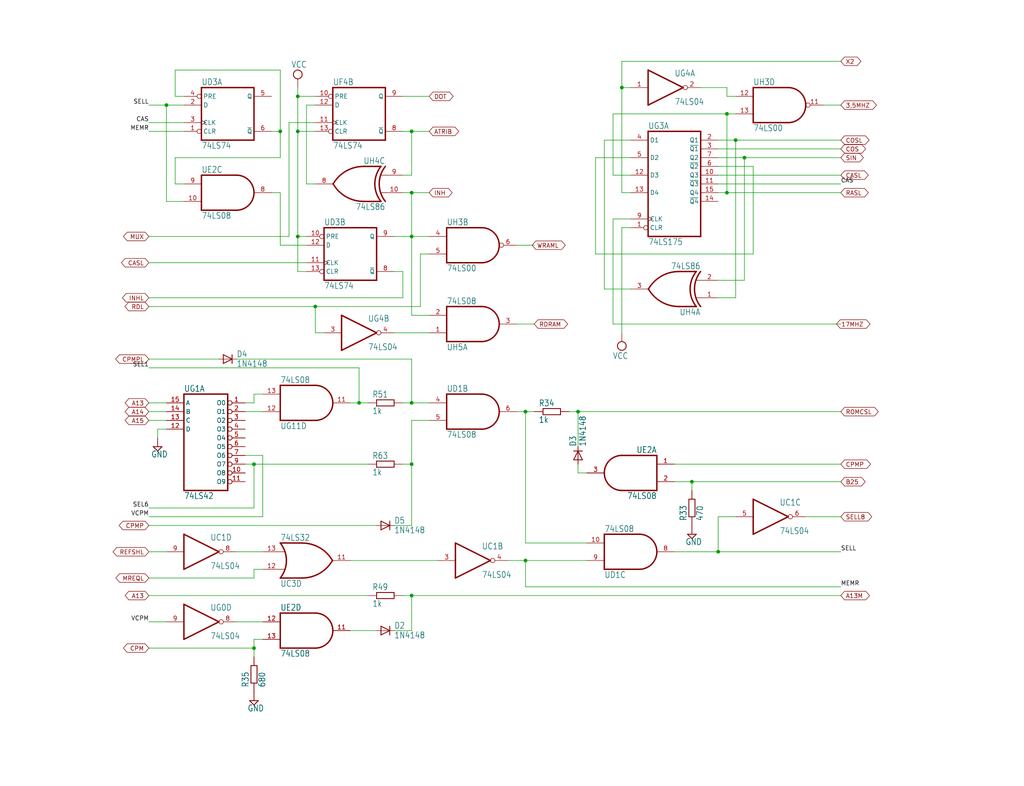
<source format=kicad_sch>
(kicad_sch (version 20230121) (generator eeschema)
  (paper "User" 297.002 227.94)
  (lib_symbols
    (symbol "HC2000:1N4148DO35-10"
      (property "Reference" "D" (at 2.54 0.4826 0))
      (property "Value" "1N4148DO35-10" (at 2.54 -2.3114 0))
      (symbol "1N4148DO35-10_1_0"
        (polyline (pts (xy -1.27 -1.27) (xy 1.27 0)) (stroke (width 0.254)))
        (polyline (pts (xy -1.27 1.27) (xy -1.27 -1.27)) (stroke (width 0.254)))
        (polyline (pts (xy 1.27 0) (xy -1.27 1.27)) (stroke (width 0.254)))
        (polyline (pts (xy 1.27 0) (xy 1.27 -1.27)) (stroke (width 0.254)))
        (polyline (pts (xy 1.27 1.27) (xy 1.27 0)) (stroke (width 0.254)))
        (pin passive line (at -2.54 0 0) (length 2.54) (name "A") (number "A"))
        (pin passive line (at 2.54 0 180) (length 2.54) (name "C") (number "C"))
      )
    )
    (symbol "HC2000:7400N"
      (property "Reference" "IC" (at -0.635 -0.635 0))
      (symbol "7400N_1_0"
        (polyline (pts (xy -7.62 -5.08) (xy 2.54 -5.08)) (stroke (width 0.4064)))
        (polyline (pts (xy -7.62 5.08) (xy -7.62 -5.08)) (stroke (width 0.4064)))
        (polyline (pts (xy 2.54 5.08) (xy -7.62 5.08)) (stroke (width 0.4064)))
        (arc (start 2.54 -5.08) (mid 7.6199 0) (end 2.54 5.08) (stroke (width 0.4064)))
        (pin input line (at -12.7 2.54 0) (length 5.08) (name "I0") (number "1"))
        (pin input line (at -12.7 -2.54 0) (length 5.08) (name "I1") (number "2"))
        (pin output inverted (at 12.7 0 180) (length 5.08) (name "O") (number "3"))
      )
      (symbol "7400N_2_0"
        (polyline (pts (xy -7.62 -5.08) (xy 2.54 -5.08)) (stroke (width 0.4064)))
        (polyline (pts (xy -7.62 5.08) (xy -7.62 -5.08)) (stroke (width 0.4064)))
        (polyline (pts (xy 2.54 5.08) (xy -7.62 5.08)) (stroke (width 0.4064)))
        (arc (start 2.54 -5.08) (mid 7.6199 0) (end 2.54 5.08) (stroke (width 0.4064)))
        (pin input line (at -12.7 2.54 0) (length 5.08) (name "I0") (number "4"))
        (pin input line (at -12.7 -2.54 0) (length 5.08) (name "I1") (number "5"))
        (pin output inverted (at 12.7 0 180) (length 5.08) (name "O") (number "6"))
      )
      (symbol "7400N_3_0"
        (polyline (pts (xy -7.62 -5.08) (xy 2.54 -5.08)) (stroke (width 0.4064)))
        (polyline (pts (xy -7.62 5.08) (xy -7.62 -5.08)) (stroke (width 0.4064)))
        (polyline (pts (xy 2.54 5.08) (xy -7.62 5.08)) (stroke (width 0.4064)))
        (arc (start 2.54 -5.08) (mid 7.6199 0) (end 2.54 5.08) (stroke (width 0.4064)))
        (pin input line (at -12.7 -2.54 0) (length 5.08) (name "I1") (number "10"))
        (pin output inverted (at 12.7 0 180) (length 5.08) (name "O") (number "8"))
        (pin input line (at -12.7 2.54 0) (length 5.08) (name "I0") (number "9"))
      )
      (symbol "7400N_4_0"
        (polyline (pts (xy -7.62 -5.08) (xy 2.54 -5.08)) (stroke (width 0.4064)))
        (polyline (pts (xy -7.62 5.08) (xy -7.62 -5.08)) (stroke (width 0.4064)))
        (polyline (pts (xy 2.54 5.08) (xy -7.62 5.08)) (stroke (width 0.4064)))
        (arc (start 2.54 -5.08) (mid 7.6199 0) (end 2.54 5.08) (stroke (width 0.4064)))
        (pin output inverted (at 12.7 0 180) (length 5.08) (name "O") (number "11"))
        (pin input line (at -12.7 2.54 0) (length 5.08) (name "I0") (number "12"))
        (pin input line (at -12.7 -2.54 0) (length 5.08) (name "I1") (number "13"))
      )
      (symbol "7400N_5_0"
        (text "GND" (at 1.905 -7.62 900) (effects (font (size 1.27 1.0795)) (justify left bottom)))
        (text "VCC" (at 1.905 5.08 900) (effects (font (size 1.27 1.0795)) (justify left bottom)))
        (pin power_in line (at 0 10.16 270) (length 7.62) (name "VCC") (number "14"))
        (pin power_in line (at 0 -10.16 90) (length 7.62) (name "GND") (number "7"))
      )
    )
    (symbol "HC2000:7404N"
      (property "Reference" "IC" (at -0.635 -0.635 0))
      (symbol "7404N_1_0"
        (polyline (pts (xy -5.08 -5.08) (xy -5.08 5.08)) (stroke (width 0.4064)))
        (polyline (pts (xy -5.08 5.08) (xy 5.08 0)) (stroke (width 0.4064)))
        (polyline (pts (xy 5.08 0) (xy -5.08 -5.08)) (stroke (width 0.4064)))
        (pin input line (at -10.16 0 0) (length 5.08) (name "I") (number "1"))
        (pin output inverted (at 10.16 0 180) (length 5.08) (name "O") (number "2"))
      )
      (symbol "7404N_2_0"
        (polyline (pts (xy -5.08 -5.08) (xy -5.08 5.08)) (stroke (width 0.4064)))
        (polyline (pts (xy -5.08 5.08) (xy 5.08 0)) (stroke (width 0.4064)))
        (polyline (pts (xy 5.08 0) (xy -5.08 -5.08)) (stroke (width 0.4064)))
        (pin input line (at -10.16 0 0) (length 5.08) (name "I") (number "3"))
        (pin output inverted (at 10.16 0 180) (length 5.08) (name "O") (number "4"))
      )
      (symbol "7404N_3_0"
        (polyline (pts (xy -5.08 -5.08) (xy -5.08 5.08)) (stroke (width 0.4064)))
        (polyline (pts (xy -5.08 5.08) (xy 5.08 0)) (stroke (width 0.4064)))
        (polyline (pts (xy 5.08 0) (xy -5.08 -5.08)) (stroke (width 0.4064)))
        (pin input line (at -10.16 0 0) (length 5.08) (name "I") (number "5"))
        (pin output inverted (at 10.16 0 180) (length 5.08) (name "O") (number "6"))
      )
      (symbol "7404N_4_0"
        (polyline (pts (xy -5.08 -5.08) (xy -5.08 5.08)) (stroke (width 0.4064)))
        (polyline (pts (xy -5.08 5.08) (xy 5.08 0)) (stroke (width 0.4064)))
        (polyline (pts (xy 5.08 0) (xy -5.08 -5.08)) (stroke (width 0.4064)))
        (pin output inverted (at 10.16 0 180) (length 5.08) (name "O") (number "8"))
        (pin input line (at -10.16 0 0) (length 5.08) (name "I") (number "9"))
      )
      (symbol "7404N_5_0"
        (polyline (pts (xy -5.08 -5.08) (xy -5.08 5.08)) (stroke (width 0.4064)))
        (polyline (pts (xy -5.08 5.08) (xy 5.08 0)) (stroke (width 0.4064)))
        (polyline (pts (xy 5.08 0) (xy -5.08 -5.08)) (stroke (width 0.4064)))
        (pin output inverted (at 10.16 0 180) (length 5.08) (name "O") (number "10"))
        (pin input line (at -10.16 0 0) (length 5.08) (name "I") (number "11"))
      )
      (symbol "7404N_6_0"
        (polyline (pts (xy -5.08 -5.08) (xy -5.08 5.08)) (stroke (width 0.4064)))
        (polyline (pts (xy -5.08 5.08) (xy 5.08 0)) (stroke (width 0.4064)))
        (polyline (pts (xy 5.08 0) (xy -5.08 -5.08)) (stroke (width 0.4064)))
        (pin output inverted (at 10.16 0 180) (length 5.08) (name "O") (number "12"))
        (pin input line (at -10.16 0 0) (length 5.08) (name "I") (number "13"))
      )
      (symbol "7404N_7_0"
        (text "GND" (at 1.905 -7.62 900) (effects (font (size 1.27 1.0795)) (justify left bottom)))
        (text "VCC" (at 1.905 5.08 900) (effects (font (size 1.27 1.0795)) (justify left bottom)))
        (pin power_in line (at 0 10.16 270) (length 7.62) (name "VCC") (number "14"))
        (pin power_in line (at 0 -10.16 90) (length 7.62) (name "GND") (number "7"))
      )
    )
    (symbol "HC2000:7408N"
      (property "Reference" "IC" (at -0.635 -0.635 0))
      (symbol "7408N_1_0"
        (polyline (pts (xy -7.62 -5.08) (xy 2.54 -5.08)) (stroke (width 0.4064)))
        (polyline (pts (xy -7.62 5.08) (xy -7.62 -5.08)) (stroke (width 0.4064)))
        (polyline (pts (xy 2.54 5.08) (xy -7.62 5.08)) (stroke (width 0.4064)))
        (arc (start 2.54 -5.08) (mid 7.6199 0) (end 2.54 5.08) (stroke (width 0.4064)))
        (pin input line (at -12.7 2.54 0) (length 5.08) (name "I0") (number "1"))
        (pin input line (at -12.7 -2.54 0) (length 5.08) (name "I1") (number "2"))
        (pin output line (at 12.7 0 180) (length 5.08) (name "O") (number "3"))
      )
      (symbol "7408N_2_0"
        (polyline (pts (xy -7.62 -5.08) (xy 2.54 -5.08)) (stroke (width 0.4064)))
        (polyline (pts (xy -7.62 5.08) (xy -7.62 -5.08)) (stroke (width 0.4064)))
        (polyline (pts (xy 2.54 5.08) (xy -7.62 5.08)) (stroke (width 0.4064)))
        (arc (start 2.54 -5.08) (mid 7.6199 0) (end 2.54 5.08) (stroke (width 0.4064)))
        (pin input line (at -12.7 2.54 0) (length 5.08) (name "I0") (number "4"))
        (pin input line (at -12.7 -2.54 0) (length 5.08) (name "I1") (number "5"))
        (pin output line (at 12.7 0 180) (length 5.08) (name "O") (number "6"))
      )
      (symbol "7408N_3_0"
        (polyline (pts (xy -7.62 -5.08) (xy 2.54 -5.08)) (stroke (width 0.4064)))
        (polyline (pts (xy -7.62 5.08) (xy -7.62 -5.08)) (stroke (width 0.4064)))
        (polyline (pts (xy 2.54 5.08) (xy -7.62 5.08)) (stroke (width 0.4064)))
        (arc (start 2.54 -5.08) (mid 7.6199 0) (end 2.54 5.08) (stroke (width 0.4064)))
        (pin input line (at -12.7 -2.54 0) (length 5.08) (name "I1") (number "10"))
        (pin output line (at 12.7 0 180) (length 5.08) (name "O") (number "8"))
        (pin input line (at -12.7 2.54 0) (length 5.08) (name "I0") (number "9"))
      )
      (symbol "7408N_4_0"
        (polyline (pts (xy -7.62 -5.08) (xy 2.54 -5.08)) (stroke (width 0.4064)))
        (polyline (pts (xy -7.62 5.08) (xy -7.62 -5.08)) (stroke (width 0.4064)))
        (polyline (pts (xy 2.54 5.08) (xy -7.62 5.08)) (stroke (width 0.4064)))
        (arc (start 2.54 -5.08) (mid 7.6199 0) (end 2.54 5.08) (stroke (width 0.4064)))
        (pin output line (at 12.7 0 180) (length 5.08) (name "O") (number "11"))
        (pin input line (at -12.7 2.54 0) (length 5.08) (name "I0") (number "12"))
        (pin input line (at -12.7 -2.54 0) (length 5.08) (name "I1") (number "13"))
      )
      (symbol "7408N_5_0"
        (text "GND" (at 1.905 -7.62 900) (effects (font (size 1.27 1.0795)) (justify left bottom)))
        (text "VCC" (at 1.905 5.08 900) (effects (font (size 1.27 1.0795)) (justify left bottom)))
        (pin power_in line (at 0 10.16 270) (length 7.62) (name "VCC") (number "14"))
        (pin power_in line (at 0 -10.16 90) (length 7.62) (name "GND") (number "7"))
      )
    )
    (symbol "HC2000:74175N"
      (property "Reference" "IC" (at -0.635 -0.635 0))
      (symbol "74175N_1_0"
        (polyline (pts (xy -7.62 -15.24) (xy 7.62 -15.24)) (stroke (width 0.4064)))
        (polyline (pts (xy -7.62 15.24) (xy -7.62 -15.24)) (stroke (width 0.4064)))
        (polyline (pts (xy 7.62 -15.24) (xy 7.62 15.24)) (stroke (width 0.4064)))
        (polyline (pts (xy 7.62 15.24) (xy -7.62 15.24)) (stroke (width 0.4064)))
        (pin input inverted (at -12.7 -12.7 0) (length 5.08) (name "CLR") (number "1"))
        (pin output line (at 12.7 2.54 180) (length 5.08) (name "Q3") (number "10"))
        (pin output line (at 12.7 0 180) (length 5.08) (name "~{Q3}") (number "11"))
        (pin input line (at -12.7 2.54 0) (length 5.08) (name "D3") (number "12"))
        (pin input line (at -12.7 -2.54 0) (length 5.08) (name "D4") (number "13"))
        (pin output line (at 12.7 -5.08 180) (length 5.08) (name "~{Q4}") (number "14"))
        (pin output line (at 12.7 -2.54 180) (length 5.08) (name "Q4") (number "15"))
        (pin output line (at 12.7 12.7 180) (length 5.08) (name "Q1") (number "2"))
        (pin output line (at 12.7 10.16 180) (length 5.08) (name "~{Q1}") (number "3"))
        (pin input line (at -12.7 12.7 0) (length 5.08) (name "D1") (number "4"))
        (pin input line (at -12.7 7.62 0) (length 5.08) (name "D2") (number "5"))
        (pin output line (at 12.7 5.08 180) (length 5.08) (name "~{Q2}") (number "6"))
        (pin output line (at 12.7 7.62 180) (length 5.08) (name "Q2") (number "7"))
        (pin input clock (at -12.7 -10.16 0) (length 5.08) (name "CLK") (number "9"))
      )
      (symbol "74175N_2_0"
        (text "GND" (at 1.905 -7.62 900) (effects (font (size 1.27 1.0795)) (justify left bottom)))
        (text "VCC" (at 1.905 5.08 900) (effects (font (size 1.27 1.0795)) (justify left bottom)))
        (pin power_in line (at 0 10.16 270) (length 7.62) (name "VCC") (number "16"))
        (pin power_in line (at 0 -10.16 90) (length 7.62) (name "GND") (number "8"))
      )
    )
    (symbol "HC2000:7432N"
      (property "Reference" "IC" (at -0.635 -0.635 0))
      (symbol "7432N_1_0"
        (arc (start -7.62 -5.08) (mid -5.838 0) (end -7.62 5.08) (stroke (width 0.4064)))
        (arc (start -1.2446 -5.0678) (mid 3.8372 -3.689) (end 7.5439 0.0507) (stroke (width 0.4064)))
        (polyline (pts (xy -7.62 -2.54) (xy -6.35 -2.54)) (stroke (width 0.1524)))
        (polyline (pts (xy -7.62 2.54) (xy -6.35 2.54)) (stroke (width 0.1524)))
        (polyline (pts (xy -1.27 -5.08) (xy -7.62 -5.08)) (stroke (width 0.4064)))
        (polyline (pts (xy -1.27 5.08) (xy -7.62 5.08)) (stroke (width 0.4064)))
        (arc (start 7.5442 -0.0505) (mid 3.8373 3.6892) (end -1.2446 5.0678) (stroke (width 0.4064)))
        (pin input line (at -12.7 2.54 0) (length 5.08) (name "I0") (number "1"))
        (pin input line (at -12.7 -2.54 0) (length 5.08) (name "I1") (number "2"))
        (pin output line (at 12.7 0 180) (length 5.08) (name "O") (number "3"))
      )
      (symbol "7432N_2_0"
        (arc (start -7.62 -5.08) (mid -5.838 0) (end -7.62 5.08) (stroke (width 0.4064)))
        (arc (start -1.2446 -5.0678) (mid 3.8372 -3.689) (end 7.5439 0.0507) (stroke (width 0.4064)))
        (polyline (pts (xy -7.62 -2.54) (xy -6.35 -2.54)) (stroke (width 0.1524)))
        (polyline (pts (xy -7.62 2.54) (xy -6.35 2.54)) (stroke (width 0.1524)))
        (polyline (pts (xy -1.27 -5.08) (xy -7.62 -5.08)) (stroke (width 0.4064)))
        (polyline (pts (xy -1.27 5.08) (xy -7.62 5.08)) (stroke (width 0.4064)))
        (arc (start 7.5442 -0.0505) (mid 3.8373 3.6892) (end -1.2446 5.0678) (stroke (width 0.4064)))
        (pin input line (at -12.7 2.54 0) (length 5.08) (name "I0") (number "4"))
        (pin input line (at -12.7 -2.54 0) (length 5.08) (name "I1") (number "5"))
        (pin output line (at 12.7 0 180) (length 5.08) (name "O") (number "6"))
      )
      (symbol "7432N_3_0"
        (arc (start -7.62 -5.08) (mid -5.838 0) (end -7.62 5.08) (stroke (width 0.4064)))
        (arc (start -1.2446 -5.0678) (mid 3.8372 -3.689) (end 7.5439 0.0507) (stroke (width 0.4064)))
        (polyline (pts (xy -7.62 -2.54) (xy -6.35 -2.54)) (stroke (width 0.1524)))
        (polyline (pts (xy -7.62 2.54) (xy -6.35 2.54)) (stroke (width 0.1524)))
        (polyline (pts (xy -1.27 -5.08) (xy -7.62 -5.08)) (stroke (width 0.4064)))
        (polyline (pts (xy -1.27 5.08) (xy -7.62 5.08)) (stroke (width 0.4064)))
        (arc (start 7.5442 -0.0505) (mid 3.8373 3.6892) (end -1.2446 5.0678) (stroke (width 0.4064)))
        (pin input line (at -12.7 -2.54 0) (length 5.08) (name "I1") (number "10"))
        (pin output line (at 12.7 0 180) (length 5.08) (name "O") (number "8"))
        (pin input line (at -12.7 2.54 0) (length 5.08) (name "I0") (number "9"))
      )
      (symbol "7432N_4_0"
        (arc (start -7.62 -5.08) (mid -5.838 0) (end -7.62 5.08) (stroke (width 0.4064)))
        (arc (start -1.2446 -5.0678) (mid 3.8372 -3.689) (end 7.5439 0.0507) (stroke (width 0.4064)))
        (polyline (pts (xy -7.62 -2.54) (xy -6.35 -2.54)) (stroke (width 0.1524)))
        (polyline (pts (xy -7.62 2.54) (xy -6.35 2.54)) (stroke (width 0.1524)))
        (polyline (pts (xy -1.27 -5.08) (xy -7.62 -5.08)) (stroke (width 0.4064)))
        (polyline (pts (xy -1.27 5.08) (xy -7.62 5.08)) (stroke (width 0.4064)))
        (arc (start 7.5442 -0.0505) (mid 3.8373 3.6892) (end -1.2446 5.0678) (stroke (width 0.4064)))
        (pin output line (at 12.7 0 180) (length 5.08) (name "O") (number "11"))
        (pin input line (at -12.7 2.54 0) (length 5.08) (name "I0") (number "12"))
        (pin input line (at -12.7 -2.54 0) (length 5.08) (name "I1") (number "13"))
      )
      (symbol "7432N_5_0"
        (text "GND" (at 1.905 -7.62 900) (effects (font (size 1.27 1.0795)) (justify left bottom)))
        (text "VCC" (at 1.905 5.08 900) (effects (font (size 1.27 1.0795)) (justify left bottom)))
        (pin power_in line (at 0 10.16 270) (length 7.62) (name "VCC") (number "14"))
        (pin power_in line (at 0 -10.16 90) (length 7.62) (name "GND") (number "7"))
      )
    )
    (symbol "HC2000:7442N"
      (property "Reference" "IC" (at -0.635 -0.635 0))
      (symbol "7442N_1_0"
        (polyline (pts (xy -7.62 -15.24) (xy 5.08 -15.24)) (stroke (width 0.4064)))
        (polyline (pts (xy -7.62 12.7) (xy -7.62 -15.24)) (stroke (width 0.4064)))
        (polyline (pts (xy 5.08 -15.24) (xy 5.08 12.7)) (stroke (width 0.4064)))
        (polyline (pts (xy 5.08 12.7) (xy -7.62 12.7)) (stroke (width 0.4064)))
        (pin output inverted (at 10.16 10.16 180) (length 5.08) (name "O0") (number "1"))
        (pin output inverted (at 10.16 -10.16 180) (length 5.08) (name "O8") (number "10"))
        (pin output inverted (at 10.16 -12.7 180) (length 5.08) (name "O9") (number "11"))
        (pin input line (at -12.7 2.54 0) (length 5.08) (name "D") (number "12"))
        (pin input line (at -12.7 5.08 0) (length 5.08) (name "C") (number "13"))
        (pin input line (at -12.7 7.62 0) (length 5.08) (name "B") (number "14"))
        (pin input line (at -12.7 10.16 0) (length 5.08) (name "A") (number "15"))
        (pin output inverted (at 10.16 7.62 180) (length 5.08) (name "O1") (number "2"))
        (pin output inverted (at 10.16 5.08 180) (length 5.08) (name "O2") (number "3"))
        (pin output inverted (at 10.16 2.54 180) (length 5.08) (name "O3") (number "4"))
        (pin output inverted (at 10.16 0 180) (length 5.08) (name "O4") (number "5"))
        (pin output inverted (at 10.16 -2.54 180) (length 5.08) (name "O5") (number "6"))
        (pin output inverted (at 10.16 -5.08 180) (length 5.08) (name "O6") (number "7"))
        (pin output inverted (at 10.16 -7.62 180) (length 5.08) (name "O7") (number "9"))
      )
      (symbol "7442N_2_0"
        (text "GND" (at 1.905 -7.62 900) (effects (font (size 1.27 1.0795)) (justify left bottom)))
        (text "VCC" (at 1.905 5.08 900) (effects (font (size 1.27 1.0795)) (justify left bottom)))
        (pin power_in line (at 0 10.16 270) (length 7.62) (name "VCC") (number "16"))
        (pin power_in line (at 0 -10.16 90) (length 7.62) (name "GND") (number "8"))
      )
    )
    (symbol "HC2000:7474N"
      (property "Reference" "IC" (at -0.635 -0.635 0))
      (symbol "7474N_1_0"
        (polyline (pts (xy -7.62 -7.62) (xy 7.62 -7.62)) (stroke (width 0.4064)))
        (polyline (pts (xy -7.62 7.62) (xy -7.62 -7.62)) (stroke (width 0.4064)))
        (polyline (pts (xy 7.62 -7.62) (xy 7.62 7.62)) (stroke (width 0.4064)))
        (polyline (pts (xy 7.62 7.62) (xy -7.62 7.62)) (stroke (width 0.4064)))
        (pin input inverted (at -12.7 -5.08 0) (length 5.08) (name "CLR") (number "1"))
        (pin input line (at -12.7 2.54 0) (length 5.08) (name "D") (number "2"))
        (pin input clock (at -12.7 -2.54 0) (length 5.08) (name "CLK") (number "3"))
        (pin input inverted (at -12.7 5.08 0) (length 5.08) (name "PRE") (number "4"))
        (pin output line (at 12.7 5.08 180) (length 5.08) (name "Q") (number "5"))
        (pin output line (at 12.7 -5.08 180) (length 5.08) (name "~{Q}") (number "6"))
      )
      (symbol "7474N_2_0"
        (polyline (pts (xy -7.62 -7.62) (xy 7.62 -7.62)) (stroke (width 0.4064)))
        (polyline (pts (xy -7.62 7.62) (xy -7.62 -7.62)) (stroke (width 0.4064)))
        (polyline (pts (xy 7.62 -7.62) (xy 7.62 7.62)) (stroke (width 0.4064)))
        (polyline (pts (xy 7.62 7.62) (xy -7.62 7.62)) (stroke (width 0.4064)))
        (pin input inverted (at -12.7 5.08 0) (length 5.08) (name "PRE") (number "10"))
        (pin input clock (at -12.7 -2.54 0) (length 5.08) (name "CLK") (number "11"))
        (pin input line (at -12.7 2.54 0) (length 5.08) (name "D") (number "12"))
        (pin input inverted (at -12.7 -5.08 0) (length 5.08) (name "CLR") (number "13"))
        (pin output line (at 12.7 -5.08 180) (length 5.08) (name "~{Q}") (number "8"))
        (pin output line (at 12.7 5.08 180) (length 5.08) (name "Q") (number "9"))
      )
      (symbol "7474N_3_0"
        (text "GND" (at 1.905 -7.62 900) (effects (font (size 1.27 1.0795)) (justify left bottom)))
        (text "VCC" (at 1.905 5.08 900) (effects (font (size 1.27 1.0795)) (justify left bottom)))
        (pin power_in line (at 0 10.16 270) (length 7.62) (name "VCC") (number "14"))
        (pin power_in line (at 0 -10.16 90) (length 7.62) (name "GND") (number "7"))
      )
    )
    (symbol "HC2000:7486N"
      (property "Reference" "IC" (at -0.635 -0.635 0))
      (symbol "7486N_1_0"
        (arc (start -7.62 -5.08) (mid -5.838 0) (end -7.62 5.08) (stroke (width 0.4064)))
        (arc (start -6.35 -5.08) (mid -4.568 0) (end -6.35 5.08) (stroke (width 0.4064)))
        (arc (start -1.2446 -5.0678) (mid 3.8372 -3.689) (end 7.5439 0.0507) (stroke (width 0.4064)))
        (polyline (pts (xy -7.62 -2.54) (xy -6.35 -2.54)) (stroke (width 0.1524)))
        (polyline (pts (xy -7.62 2.54) (xy -6.35 2.54)) (stroke (width 0.1524)))
        (polyline (pts (xy -1.27 -5.08) (xy -6.35 -5.08)) (stroke (width 0.4064)))
        (polyline (pts (xy -1.27 5.08) (xy -6.35 5.08)) (stroke (width 0.4064)))
        (arc (start 7.5442 -0.0505) (mid 3.8373 3.6892) (end -1.2446 5.0678) (stroke (width 0.4064)))
        (pin input line (at -12.7 2.54 0) (length 5.08) (name "I0") (number "1"))
        (pin input line (at -12.7 -2.54 0) (length 5.08) (name "I1") (number "2"))
        (pin output line (at 12.7 0 180) (length 5.08) (name "O") (number "3"))
      )
      (symbol "7486N_2_0"
        (arc (start -7.62 -5.08) (mid -5.838 0) (end -7.62 5.08) (stroke (width 0.4064)))
        (arc (start -6.35 -5.08) (mid -4.568 0) (end -6.35 5.08) (stroke (width 0.4064)))
        (arc (start -1.2446 -5.0678) (mid 3.8372 -3.689) (end 7.5439 0.0507) (stroke (width 0.4064)))
        (polyline (pts (xy -7.62 -2.54) (xy -6.35 -2.54)) (stroke (width 0.1524)))
        (polyline (pts (xy -7.62 2.54) (xy -6.35 2.54)) (stroke (width 0.1524)))
        (polyline (pts (xy -1.27 -5.08) (xy -6.35 -5.08)) (stroke (width 0.4064)))
        (polyline (pts (xy -1.27 5.08) (xy -6.35 5.08)) (stroke (width 0.4064)))
        (arc (start 7.5442 -0.0505) (mid 3.8373 3.6892) (end -1.2446 5.0678) (stroke (width 0.4064)))
        (pin input line (at -12.7 2.54 0) (length 5.08) (name "I0") (number "4"))
        (pin input line (at -12.7 -2.54 0) (length 5.08) (name "I1") (number "5"))
        (pin output line (at 12.7 0 180) (length 5.08) (name "O") (number "6"))
      )
      (symbol "7486N_3_0"
        (arc (start -7.62 -5.08) (mid -5.838 0) (end -7.62 5.08) (stroke (width 0.4064)))
        (arc (start -6.35 -5.08) (mid -4.568 0) (end -6.35 5.08) (stroke (width 0.4064)))
        (arc (start -1.2446 -5.0678) (mid 3.8372 -3.689) (end 7.5439 0.0507) (stroke (width 0.4064)))
        (polyline (pts (xy -7.62 -2.54) (xy -6.35 -2.54)) (stroke (width 0.1524)))
        (polyline (pts (xy -7.62 2.54) (xy -6.35 2.54)) (stroke (width 0.1524)))
        (polyline (pts (xy -1.27 -5.08) (xy -6.35 -5.08)) (stroke (width 0.4064)))
        (polyline (pts (xy -1.27 5.08) (xy -6.35 5.08)) (stroke (width 0.4064)))
        (arc (start 7.5442 -0.0505) (mid 3.8373 3.6892) (end -1.2446 5.0678) (stroke (width 0.4064)))
        (pin input line (at -12.7 -2.54 0) (length 5.08) (name "I1") (number "10"))
        (pin output line (at 12.7 0 180) (length 5.08) (name "O") (number "8"))
        (pin input line (at -12.7 2.54 0) (length 5.08) (name "I0") (number "9"))
      )
      (symbol "7486N_4_0"
        (arc (start -7.62 -5.08) (mid -5.838 0) (end -7.62 5.08) (stroke (width 0.4064)))
        (arc (start -6.35 -5.08) (mid -4.568 0) (end -6.35 5.08) (stroke (width 0.4064)))
        (arc (start -1.2446 -5.0678) (mid 3.8372 -3.689) (end 7.5439 0.0507) (stroke (width 0.4064)))
        (polyline (pts (xy -7.62 -2.54) (xy -6.35 -2.54)) (stroke (width 0.1524)))
        (polyline (pts (xy -7.62 2.54) (xy -6.35 2.54)) (stroke (width 0.1524)))
        (polyline (pts (xy -1.27 -5.08) (xy -6.35 -5.08)) (stroke (width 0.4064)))
        (polyline (pts (xy -1.27 5.08) (xy -6.35 5.08)) (stroke (width 0.4064)))
        (arc (start 7.5442 -0.0505) (mid 3.8373 3.6892) (end -1.2446 5.0678) (stroke (width 0.4064)))
        (pin output line (at 12.7 0 180) (length 5.08) (name "O") (number "11"))
        (pin input line (at -12.7 2.54 0) (length 5.08) (name "I0") (number "12"))
        (pin input line (at -12.7 -2.54 0) (length 5.08) (name "I1") (number "13"))
      )
      (symbol "7486N_5_0"
        (text "GND" (at 1.905 -7.62 900) (effects (font (size 1.27 1.0795)) (justify left bottom)))
        (text "VCC" (at 1.905 5.08 900) (effects (font (size 1.27 1.0795)) (justify left bottom)))
        (pin power_in line (at 0 10.16 270) (length 7.62) (name "VCC") (number "14"))
        (pin power_in line (at 0 -10.16 90) (length 7.62) (name "GND") (number "7"))
      )
    )
    (symbol "HC2000:GND" (power)
      (property "Value" "GND" (at -1.905 -3.175 0))
      (symbol "GND_1_0"
        (polyline (pts (xy -1.27 0) (xy 1.27 0)) (stroke (width 0.254)))
        (polyline (pts (xy 0 -1.27) (xy -1.27 0)) (stroke (width 0.254)))
        (polyline (pts (xy 1.27 0) (xy 0 -1.27)) (stroke (width 0.254)))
        (pin power_in line (at 0 2.54 270) (length 2.54) (name "GND") (number "1"))
      )
    )
    (symbol "HC2000:R-EU_0204{slash}7"
      (property "Reference" "R" (at -3.81 1.4986 0))
      (property "Value" "R-EU_0204{slash}7" (at -3.81 -3.302 0))
      (symbol "R-EU_0204{slash}7_1_0"
        (polyline (pts (xy -2.54 -0.889) (xy -2.54 0.889)) (stroke (width 0.254)))
        (polyline (pts (xy -2.54 -0.889) (xy 2.54 -0.889)) (stroke (width 0.254)))
        (polyline (pts (xy 2.54 -0.889) (xy 2.54 0.889)) (stroke (width 0.254)))
        (polyline (pts (xy 2.54 0.889) (xy -2.54 0.889)) (stroke (width 0.254)))
        (pin passive line (at -5.08 0 0) (length 2.54) (name "1") (number "1"))
        (pin passive line (at 5.08 0 180) (length 2.54) (name "2") (number "2"))
      )
    )
    (symbol "HC2000:VCC" (power)
      (property "Value" "VCC" (at -1.905 3.175 0))
      (symbol "VCC_1_0"
        (circle (center 0 1.27) (radius 1.27) (stroke (width 0.254)))
        (pin power_in line (at 0 -2.54 90) (length 2.54) (name "VCC") (number "1"))
      )
    )
  )
  (junction (at 91.44 88.9))
  (junction (at 200.66 139.7))
  (junction (at 208.28 160.02))
  (junction (at 119.38 68.58))
  (junction (at 210.82 33.02))
  (junction (at 48.26 30.48))
  (junction (at 167.64 119.38))
  (junction (at 86.36 27.94))
  (junction (at 152.4 119.38))
  (junction (at 210.82 55.88))
  (junction (at 73.66 187.96))
  (junction (at 119.38 134.62))
  (junction (at 73.66 134.62))
  (junction (at 119.38 172.72))
  (junction (at 213.36 40.64))
  (junction (at 152.4 162.56))
  (junction (at 104.14 116.84))
  (junction (at 81.28 38.1))
  (junction (at 180.34 25.4))
  (junction (at 119.38 55.88))
  (junction (at 86.36 38.1))
  (junction (at 86.36 68.58))
  (junction (at 215.9 45.72))
  (junction (at 119.38 38.1))
  (junction (at 119.38 116.84))
  (wire (pts (xy 81.28 20.32) (xy 81.28 38.1)))
  (wire (pts (xy 91.44 27.94) (xy 86.36 27.94)))
  (wire (pts (xy 114.3 152.4) (xy 119.38 152.4)))
  (wire (pts (xy 104.14 116.84) (xy 101.6 116.84)))
  (wire (pts (xy 182.88 50.8) (xy 177.8 50.8)))
  (wire (pts (xy 243.84 55.88) (xy 210.82 55.88)))
  (wire (pts (xy 73.66 134.62) (xy 71.12 134.62)))
  (wire (pts (xy 93.98 96.52) (xy 91.44 96.52)))
  (wire (pts (xy 43.18 152.4) (xy 109.22 152.4)))
  (wire (pts (xy 180.34 25.4) (xy 182.88 25.4)))
  (wire (pts (xy 73.66 187.96) (xy 73.66 190.5)))
  (wire (pts (xy 180.34 66.04) (xy 180.34 96.52)))
  (wire (pts (xy 53.34 53.34) (xy 50.8 53.34)))
  (wire (pts (xy 91.44 88.9) (xy 43.18 88.9)))
  (wire (pts (xy 91.44 38.1) (xy 86.36 38.1)))
  (wire (pts (xy 215.9 45.72) (xy 208.28 45.72)))
  (wire (pts (xy 243.84 50.8) (xy 208.28 50.8)))
  (wire (pts (xy 43.18 119.38) (xy 48.26 119.38)))
  (wire (pts (xy 172.72 73.66) (xy 218.44 73.66)))
  (wire (pts (xy 43.18 172.72) (xy 106.68 172.72)))
  (wire (pts (xy 152.4 162.56) (xy 147.32 162.56)))
  (wire (pts (xy 43.18 68.58) (xy 83.82 68.58)))
  (wire (pts (xy 218.44 73.66) (xy 218.44 48.26)))
  (wire (pts (xy 124.46 27.94) (xy 116.84 27.94)))
  (wire (pts (xy 180.34 17.78) (xy 180.34 25.4)))
  (wire (pts (xy 195.58 139.7) (xy 200.66 139.7)))
  (wire (pts (xy 124.46 38.1) (xy 119.38 38.1)))
  (wire (pts (xy 208.28 149.86) (xy 208.28 160.02)))
  (wire (pts (xy 106.68 116.84) (xy 104.14 116.84)))
  (wire (pts (xy 119.38 38.1) (xy 116.84 38.1)))
  (wire (pts (xy 210.82 33.02) (xy 177.8 33.02)))
  (wire (pts (xy 154.94 71.12) (xy 149.86 71.12)))
  (wire (pts (xy 119.38 55.88) (xy 116.84 55.88)))
  (wire (pts (xy 124.46 121.92) (xy 119.38 121.92)))
  (wire (pts (xy 243.84 119.38) (xy 167.64 119.38)))
  (wire (pts (xy 76.2 132.08) (xy 71.12 132.08)))
  (wire (pts (xy 81.28 38.1) (xy 78.74 38.1)))
  (wire (pts (xy 114.3 68.58) (xy 119.38 68.58)))
  (wire (pts (xy 124.46 68.58) (xy 119.38 68.58)))
  (wire (pts (xy 213.36 40.64) (xy 208.28 40.64)))
  (wire (pts (xy 53.34 27.94) (xy 50.8 27.94)))
  (wire (pts (xy 43.18 180.34) (xy 48.26 180.34)))
  (wire (pts (xy 218.44 48.26) (xy 208.28 48.26)))
  (wire (pts (xy 73.66 114.3) (xy 73.66 116.84)))
  (wire (pts (xy 43.18 160.02) (xy 48.26 160.02)))
  (wire (pts (xy 76.2 149.86) (xy 76.2 132.08)))
  (wire (pts (xy 152.4 119.38) (xy 154.94 119.38)))
  (wire (pts (xy 114.3 182.88) (xy 119.38 182.88)))
  (wire (pts (xy 124.46 116.84) (xy 119.38 116.84)))
  (wire (pts (xy 91.44 53.34) (xy 88.9 53.34)))
  (wire (pts (xy 88.9 30.48) (xy 91.44 30.48)))
  (wire (pts (xy 243.84 172.72) (xy 119.38 172.72)))
  (wire (pts (xy 45.72 124.46) (xy 48.26 124.46)))
  (wire (pts (xy 243.84 45.72) (xy 215.9 45.72)))
  (wire (pts (xy 78.74 55.88) (xy 81.28 55.88)))
  (wire (pts (xy 43.18 86.36) (xy 116.84 86.36)))
  (wire (pts (xy 43.18 104.14) (xy 63.5 104.14)))
  (wire (pts (xy 45.72 127) (xy 45.72 124.46)))
  (wire (pts (xy 119.38 55.88) (xy 119.38 68.58)))
  (wire (pts (xy 104.14 106.68) (xy 104.14 116.84)))
  (wire (pts (xy 172.72 45.72) (xy 172.72 73.66)))
  (wire (pts (xy 170.18 157.48) (xy 152.4 157.48)))
  (wire (pts (xy 81.28 71.12) (xy 88.9 71.12)))
  (wire (pts (xy 182.88 45.72) (xy 172.72 45.72)))
  (wire (pts (xy 119.38 104.14) (xy 119.38 116.84)))
  (wire (pts (xy 43.18 106.68) (xy 104.14 106.68)))
  (wire (pts (xy 86.36 68.58) (xy 88.9 68.58)))
  (wire (pts (xy 81.28 45.72) (xy 81.28 38.1)))
  (wire (pts (xy 175.26 40.64) (xy 175.26 83.82)))
  (wire (pts (xy 243.84 134.62) (xy 195.58 134.62)))
  (wire (pts (xy 91.44 96.52) (xy 91.44 88.9)))
  (wire (pts (xy 43.18 30.48) (xy 48.26 30.48)))
  (wire (pts (xy 152.4 157.48) (xy 152.4 119.38)))
  (wire (pts (xy 119.38 121.92) (xy 119.38 134.62)))
  (wire (pts (xy 213.36 149.86) (xy 208.28 149.86)))
  (wire (pts (xy 182.88 55.88) (xy 180.34 55.88)))
  (wire (pts (xy 101.6 182.88) (xy 109.22 182.88)))
  (wire (pts (xy 124.46 55.88) (xy 119.38 55.88)))
  (wire (pts (xy 243.84 170.18) (xy 152.4 170.18)))
  (wire (pts (xy 116.84 86.36) (xy 116.84 78.74)))
  (wire (pts (xy 165.1 119.38) (xy 167.64 119.38)))
  (wire (pts (xy 210.82 55.88) (xy 210.82 33.02)))
  (wire (pts (xy 208.28 81.28) (xy 215.9 81.28)))
  (wire (pts (xy 154.94 93.98) (xy 149.86 93.98)))
  (wire (pts (xy 119.38 68.58) (xy 119.38 91.44)))
  (wire (pts (xy 76.2 119.38) (xy 71.12 119.38)))
  (wire (pts (xy 215.9 81.28) (xy 215.9 45.72)))
  (wire (pts (xy 43.18 149.86) (xy 76.2 149.86)))
  (wire (pts (xy 76.2 114.3) (xy 73.66 114.3)))
  (wire (pts (xy 119.38 182.88) (xy 119.38 172.72)))
  (wire (pts (xy 124.46 96.52) (xy 114.3 96.52)))
  (wire (pts (xy 182.88 66.04) (xy 180.34 66.04)))
  (wire (pts (xy 53.34 30.48) (xy 48.26 30.48)))
  (wire (pts (xy 43.18 38.1) (xy 53.34 38.1)))
  (wire (pts (xy 43.18 187.96) (xy 73.66 187.96)))
  (wire (pts (xy 152.4 170.18) (xy 152.4 162.56)))
  (wire (pts (xy 213.36 86.36) (xy 213.36 40.64)))
  (wire (pts (xy 167.64 119.38) (xy 167.64 129.54)))
  (wire (pts (xy 243.84 43.18) (xy 208.28 43.18)))
  (wire (pts (xy 177.8 50.8) (xy 177.8 33.02)))
  (wire (pts (xy 177.8 63.5) (xy 177.8 93.98)))
  (wire (pts (xy 208.28 160.02) (xy 195.58 160.02)))
  (wire (pts (xy 68.58 104.14) (xy 119.38 104.14)))
  (wire (pts (xy 83.82 68.58) (xy 83.82 35.56)))
  (wire (pts (xy 119.38 50.8) (xy 119.38 38.1)))
  (wire (pts (xy 86.36 78.74) (xy 88.9 78.74)))
  (wire (pts (xy 121.92 73.66) (xy 121.92 88.9)))
  (wire (pts (xy 243.84 139.7) (xy 200.66 139.7)))
  (wire (pts (xy 243.84 160.02) (xy 208.28 160.02)))
  (wire (pts (xy 119.38 91.44) (xy 124.46 91.44)))
  (wire (pts (xy 180.34 55.88) (xy 180.34 25.4)))
  (wire (pts (xy 43.18 167.64) (xy 73.66 167.64)))
  (wire (pts (xy 243.84 53.34) (xy 208.28 53.34)))
  (wire (pts (xy 170.18 162.56) (xy 152.4 162.56)))
  (wire (pts (xy 50.8 45.72) (xy 81.28 45.72)))
  (wire (pts (xy 119.38 172.72) (xy 116.84 172.72)))
  (wire (pts (xy 177.8 63.5) (xy 182.88 63.5)))
  (wire (pts (xy 73.66 147.32) (xy 73.66 134.62)))
  (wire (pts (xy 86.36 27.94) (xy 86.36 38.1)))
  (wire (pts (xy 124.46 73.66) (xy 121.92 73.66)))
  (wire (pts (xy 116.84 50.8) (xy 119.38 50.8)))
  (wire (pts (xy 81.28 55.88) (xy 81.28 71.12)))
  (wire (pts (xy 86.36 25.4) (xy 86.36 27.94)))
  (wire (pts (xy 50.8 53.34) (xy 50.8 45.72)))
  (wire (pts (xy 68.58 180.34) (xy 76.2 180.34)))
  (wire (pts (xy 86.36 78.74) (xy 86.36 68.58)))
  (wire (pts (xy 43.18 116.84) (xy 48.26 116.84)))
  (wire (pts (xy 177.8 93.98) (xy 243.84 93.98)))
  (wire (pts (xy 243.84 149.86) (xy 233.68 149.86)))
  (wire (pts (xy 149.86 119.38) (xy 152.4 119.38)))
  (wire (pts (xy 101.6 162.56) (xy 127 162.56)))
  (wire (pts (xy 119.38 134.62) (xy 116.84 134.62)))
  (wire (pts (xy 200.66 142.24) (xy 200.66 139.7)))
  (wire (pts (xy 50.8 20.32) (xy 81.28 20.32)))
  (wire (pts (xy 167.64 134.62) (xy 167.64 137.16)))
  (wire (pts (xy 43.18 121.92) (xy 48.26 121.92)))
  (wire (pts (xy 73.66 167.64) (xy 73.66 165.1)))
  (wire (pts (xy 213.36 27.94) (xy 210.82 27.94)))
  (wire (pts (xy 210.82 25.4) (xy 203.2 25.4)))
  (wire (pts (xy 208.28 55.88) (xy 210.82 55.88)))
  (wire (pts (xy 119.38 116.84) (xy 116.84 116.84)))
  (wire (pts (xy 167.64 137.16) (xy 170.18 137.16)))
  (wire (pts (xy 73.66 185.42) (xy 76.2 185.42)))
  (wire (pts (xy 43.18 76.2) (xy 88.9 76.2)))
  (wire (pts (xy 73.66 187.96) (xy 73.66 185.42)))
  (wire (pts (xy 210.82 27.94) (xy 210.82 25.4)))
  (wire (pts (xy 243.84 30.48) (xy 238.76 30.48)))
  (wire (pts (xy 121.92 88.9) (xy 91.44 88.9)))
  (wire (pts (xy 119.38 152.4) (xy 119.38 134.62)))
  (wire (pts (xy 243.84 17.78) (xy 180.34 17.78)))
  (wire (pts (xy 50.8 27.94) (xy 50.8 20.32)))
  (wire (pts (xy 213.36 33.02) (xy 210.82 33.02)))
  (wire (pts (xy 86.36 38.1) (xy 86.36 68.58)))
  (wire (pts (xy 73.66 134.62) (xy 106.68 134.62)))
  (wire (pts (xy 208.28 86.36) (xy 213.36 86.36)))
  (wire (pts (xy 43.18 35.56) (xy 53.34 35.56)))
  (wire (pts (xy 83.82 35.56) (xy 91.44 35.56)))
  (wire (pts (xy 48.26 58.42) (xy 53.34 58.42)))
  (wire (pts (xy 73.66 116.84) (xy 71.12 116.84)))
  (wire (pts (xy 88.9 53.34) (xy 88.9 30.48)))
  (wire (pts (xy 116.84 78.74) (xy 114.3 78.74)))
  (wire (pts (xy 68.58 160.02) (xy 76.2 160.02)))
  (wire (pts (xy 48.26 30.48) (xy 48.26 58.42)))
  (wire (pts (xy 243.84 40.64) (xy 213.36 40.64)))
  (wire (pts (xy 43.18 147.32) (xy 73.66 147.32)))
  (wire (pts (xy 175.26 83.82) (xy 182.88 83.82)))
  (wire (pts (xy 182.88 40.64) (xy 175.26 40.64)))
  (wire (pts (xy 73.66 165.1) (xy 76.2 165.1)))
  (label "CAS" (at 43.18 35.56 180) (effects (font (size 1.2446 1.2446))))
  (label "SEL6" (at 43.18 147.32 180) (effects (font (size 1.2446 1.2446))))
  (label "SELL" (at 243.84 160.02 0) (effects (font (size 1.2446 1.2446))))
  (label "SEL1" (at 43.18 106.68 180) (effects (font (size 1.2446 1.2446))))
  (label "MEMR" (at 243.84 170.18 0) (effects (font (size 1.2446 1.2446))))
  (label "MEMR" (at 43.18 38.1 180) (effects (font (size 1.2446 1.2446))))
  (label "CAS" (at 243.84 53.34 0) (effects (font (size 1.2446 1.2446))))
  (label "VCPM" (at 43.18 180.34 180) (effects (font (size 1.2446 1.2446))))
  (label "VCPM" (at 43.18 149.86 180) (effects (font (size 1.2446 1.2446))))
  (label "SELL" (at 43.18 30.48 180) (effects (font (size 1.2446 1.2446))))
  (global_label "MUX" (shape bidirectional) (at 43.18 68.58 180) (effects (font (size 1.2446 1.2446))) (property "Intersheetrefs" "${INTERSHEET_REFS}" (effects hide)))
  (global_label "RDRAM" (shape bidirectional) (at 154.94 93.98 0) (effects (font (size 1.2446 1.2446))) (property "Intersheetrefs" "${INTERSHEET_REFS}" (effects hide)))
  (global_label "COSL" (shape bidirectional) (at 243.84 40.64 0) (effects (font (size 1.2446 1.2446))) (property "Intersheetrefs" "${INTERSHEET_REFS}" (effects hide)))
  (global_label "17MHZ" (shape bidirectional) (at 242.57 93.98 0) (effects (font (size 1.2446 1.2446))) (property "Intersheetrefs" "${INTERSHEET_REFS}" (effects hide)))
  (global_label "A13M" (shape bidirectional) (at 243.84 172.72 0) (effects (font (size 1.2446 1.2446))) (property "Intersheetrefs" "${INTERSHEET_REFS}" (effects hide)))
  (global_label "A15" (shape bidirectional) (at 43.18 121.92 180) (effects (font (size 1.2446 1.2446))) (property "Intersheetrefs" "${INTERSHEET_REFS}" (effects hide)))
  (global_label "WRAML" (shape bidirectional) (at 154.305 71.12 0) (effects (font (size 1.2446 1.2446))) (property "Intersheetrefs" "${INTERSHEET_REFS}" (effects hide)))
  (global_label "CASL" (shape bidirectional) (at 243.84 50.8 0) (effects (font (size 1.2446 1.2446))) (property "Intersheetrefs" "${INTERSHEET_REFS}" (effects hide)))
  (global_label "SIN" (shape bidirectional) (at 243.84 45.72 0) (effects (font (size 1.2446 1.2446))) (property "Intersheetrefs" "${INTERSHEET_REFS}" (effects hide)))
  (global_label "CPMP" (shape bidirectional) (at 243.84 134.62 0) (effects (font (size 1.2446 1.2446))) (property "Intersheetrefs" "${INTERSHEET_REFS}" (effects hide)))
  (global_label "REFSHL" (shape bidirectional) (at 43.18 160.02 180) (effects (font (size 1.2446 1.2446))) (property "Intersheetrefs" "${INTERSHEET_REFS}" (effects hide)))
  (global_label "X2" (shape bidirectional) (at 243.84 17.78 0) (effects (font (size 1.2446 1.2446))) (property "Intersheetrefs" "${INTERSHEET_REFS}" (effects hide)))
  (global_label "SELL8" (shape bidirectional) (at 243.84 149.86 0) (effects (font (size 1.2446 1.2446))) (property "Intersheetrefs" "${INTERSHEET_REFS}" (effects hide)))
  (global_label "MREQL" (shape bidirectional) (at 43.18 167.64 180) (effects (font (size 1.2446 1.2446))) (property "Intersheetrefs" "${INTERSHEET_REFS}" (effects hide)))
  (global_label "3,5MHZ" (shape bidirectional) (at 243.84 30.48 0) (effects (font (size 1.2446 1.2446))) (property "Intersheetrefs" "${INTERSHEET_REFS}" (effects hide)))
  (global_label "INHL" (shape bidirectional) (at 43.18 86.36 180) (effects (font (size 1.2446 1.2446))) (property "Intersheetrefs" "${INTERSHEET_REFS}" (effects hide)))
  (global_label "INH" (shape bidirectional) (at 124.46 55.88 0) (effects (font (size 1.2446 1.2446))) (property "Intersheetrefs" "${INTERSHEET_REFS}" (effects hide)))
  (global_label "A13" (shape bidirectional) (at 43.18 116.84 180) (effects (font (size 1.2446 1.2446))) (property "Intersheetrefs" "${INTERSHEET_REFS}" (effects hide)))
  (global_label "CASL" (shape bidirectional) (at 43.18 76.2 180) (effects (font (size 1.2446 1.2446))) (property "Intersheetrefs" "${INTERSHEET_REFS}" (effects hide)))
  (global_label "RASL" (shape bidirectional) (at 243.84 55.88 0) (effects (font (size 1.2446 1.2446))) (property "Intersheetrefs" "${INTERSHEET_REFS}" (effects hide)))
  (global_label "A14" (shape bidirectional) (at 43.18 119.38 180) (effects (font (size 1.2446 1.2446))) (property "Intersheetrefs" "${INTERSHEET_REFS}" (effects hide)))
  (global_label "ROMCSL" (shape bidirectional) (at 243.84 119.38 0) (effects (font (size 1.2446 1.2446))) (property "Intersheetrefs" "${INTERSHEET_REFS}" (effects hide)))
  (global_label "CPM" (shape bidirectional) (at 43.18 187.96 180) (effects (font (size 1.2446 1.2446))) (property "Intersheetrefs" "${INTERSHEET_REFS}" (effects hide)))
  (global_label "B25" (shape bidirectional) (at 243.84 139.7 0) (effects (font (size 1.2446 1.2446))) (property "Intersheetrefs" "${INTERSHEET_REFS}" (effects hide)))
  (global_label "CPMP" (shape bidirectional) (at 43.18 152.4 180) (effects (font (size 1.2446 1.2446))) (property "Intersheetrefs" "${INTERSHEET_REFS}" (effects hide)))
  (global_label "RDL" (shape bidirectional) (at 43.18 88.9 180) (effects (font (size 1.2446 1.2446))) (property "Intersheetrefs" "${INTERSHEET_REFS}" (effects hide)))
  (global_label "DOT" (shape bidirectional) (at 124.46 27.94 0) (effects (font (size 1.2446 1.2446))) (property "Intersheetrefs" "${INTERSHEET_REFS}" (effects hide)))
  (global_label "CPMPL" (shape bidirectional) (at 43.18 104.14 180) (effects (font (size 1.2446 1.2446))) (property "Intersheetrefs" "${INTERSHEET_REFS}" (effects hide)))
  (global_label "A13" (shape bidirectional) (at 43.18 172.72 180) (effects (font (size 1.2446 1.2446))) (property "Intersheetrefs" "${INTERSHEET_REFS}" (effects hide)))
  (global_label "ATRIB" (shape bidirectional) (at 124.46 38.1 0) (effects (font (size 1.2446 1.2446))) (property "Intersheetrefs" "${INTERSHEET_REFS}" (effects hide)))
  (global_label "COS" (shape bidirectional) (at 243.84 43.18 0) (effects (font (size 1.2446 1.2446))) (property "Intersheetrefs" "${INTERSHEET_REFS}" (effects hide)))
  (symbol (lib_id "HC2000:7404N") (at 137.16 162.56 0) (unit 2)
    (property "Reference" "UC1" (at 139.7 159.385 0) (effects (font (size 1.778 1.5113)) (justify left bottom)))
    (property "Value" "74LS04" (at 139.7 167.64 0) (effects (font (size 1.778 1.5113)) (justify left bottom)))
    (property "Footprint" "HC2000:DIL14" (effects hide))
  )
  (symbol (lib_id "HC2000:7404N") (at 58.42 160.02 0) (unit 4)
    (property "Reference" "UC1" (at 60.96 156.845 0) (effects (font (size 1.778 1.5113)) (justify left bottom)))
    (property "Value" "74LS04" (at 60.96 165.1 0) (effects (font (size 1.778 1.5113)) (justify left bottom)))
    (property "Footprint" "HC2000:DIL14" (effects hide))
  )
  (symbol (lib_id "HC2000:7408N") (at 88.9 182.88 0) (unit 4)
    (property "Reference" "UE2" (at 81.28 177.165 0) (effects (font (size 1.778 1.5113)) (justify left bottom)))
    (property "Value" "74LS08" (at 81.28 190.5 0) (effects (font (size 1.778 1.5113)) (justify left bottom)))
    (property "Footprint" "HC2000:DIL14" (effects hide))
  )
  (symbol (lib_id "HC2000:VCC") (at 180.34 99.06 180) (unit 1)
    (property "Reference" "#SUPPLY060" (effects hide))
    (property "Value" "VCC" (at 182.245 102.235 0) (effects (font (size 1.778 1.5113)) (justify left bottom)))
    (property "Footprint" "HC2000:" (effects hide))
  )
  (symbol (lib_id "HC2000:7400N") (at 226.06 30.48 0) (unit 4)
    (property "Reference" "UH3" (at 218.44 24.765 0) (effects (font (size 1.778 1.5113)) (justify left bottom)))
    (property "Value" "74LS00" (at 218.44 38.1 0) (effects (font (size 1.778 1.5113)) (justify left bottom)))
    (property "Footprint" "HC2000:DIL14" (effects hide))
  )
  (symbol (lib_id "HC2000:7404N") (at 58.42 180.34 0) (unit 4)
    (property "Reference" "UG0" (at 60.96 177.165 0) (effects (font (size 1.778 1.5113)) (justify left bottom)))
    (property "Value" "74LS04" (at 60.96 185.42 0) (effects (font (size 1.778 1.5113)) (justify left bottom)))
    (property "Footprint" "HC2000:DIL14" (effects hide))
  )
  (symbol (lib_id "HC2000:GND") (at 200.66 154.94 0) (unit 1)
    (property "Reference" "#SUPPLY062" (effects hide))
    (property "Value" "GND" (at 198.755 158.115 0) (effects (font (size 1.778 1.5113)) (justify left bottom)))
    (property "Footprint" "HC2000:" (effects hide))
  )
  (symbol (lib_id "HC2000:7408N") (at 88.9 116.84 0) (mirror x) (unit 4)
    (property "Reference" "UG11" (at 81.28 122.555 0) (effects (font (size 1.778 1.5113)) (justify left bottom)))
    (property "Value" "74LS08" (at 81.28 109.22 0) (effects (font (size 1.778 1.5113)) (justify left bottom)))
    (property "Footprint" "HC2000:DIL14" (effects hide))
  )
  (symbol (lib_id "HC2000:1N4148DO35-10") (at 167.64 132.08 90) (unit 1)
    (property "Reference" "D3" (at 167.1574 129.54 0) (effects (font (size 1.778 1.5113)) (justify left bottom)))
    (property "Value" "1N4148" (at 169.9514 129.54 0) (effects (font (size 1.778 1.5113)) (justify left bottom)))
    (property "Footprint" "HC2000:DO35-10" (effects hide))
  )
  (symbol (lib_id "HC2000:7408N") (at 66.04 55.88 0) (unit 3)
    (property "Reference" "UE2" (at 58.42 50.165 0) (effects (font (size 1.778 1.5113)) (justify left bottom)))
    (property "Value" "74LS08" (at 58.42 63.5 0) (effects (font (size 1.778 1.5113)) (justify left bottom)))
    (property "Footprint" "HC2000:DIL14" (effects hide))
  )
  (symbol (lib_id "HC2000:1N4148DO35-10") (at 111.76 182.88 0) (unit 1)
    (property "Reference" "D2" (at 114.3 182.3974 0) (effects (font (size 1.778 1.5113)) (justify left bottom)))
    (property "Value" "1N4148" (at 114.3 185.1914 0) (effects (font (size 1.778 1.5113)) (justify left bottom)))
    (property "Footprint" "HC2000:DO35-10" (effects hide))
  )
  (symbol (lib_id "HC2000:7404N") (at 104.14 96.52 0) (unit 2)
    (property "Reference" "UG4" (at 106.68 93.345 0) (effects (font (size 1.778 1.5113)) (justify left bottom)))
    (property "Value" "74LS04" (at 106.68 101.6 0) (effects (font (size 1.778 1.5113)) (justify left bottom)))
    (property "Footprint" "HC2000:DIL14" (effects hide))
  )
  (symbol (lib_id "HC2000:7486N") (at 195.58 83.82 180) (unit 1)
    (property "Reference" "UH4" (at 203.2 89.535 0) (effects (font (size 1.778 1.5113)) (justify left bottom)))
    (property "Value" "74LS86" (at 203.2 76.2 0) (effects (font (size 1.778 1.5113)) (justify left bottom)))
    (property "Footprint" "HC2000:DIL14" (effects hide))
  )
  (symbol (lib_id "HC2000:7408N") (at 137.16 119.38 0) (unit 2)
    (property "Reference" "UD1" (at 129.54 113.665 0) (effects (font (size 1.778 1.5113)) (justify left bottom)))
    (property "Value" "74LS08" (at 129.54 127 0) (effects (font (size 1.778 1.5113)) (justify left bottom)))
    (property "Footprint" "HC2000:DIL14" (effects hide))
  )
  (symbol (lib_id "HC2000:7474N") (at 66.04 33.02 0) (unit 1)
    (property "Reference" "UD3" (at 58.42 24.765 0) (effects (font (size 1.778 1.5113)) (justify left bottom)))
    (property "Value" "74LS74" (at 58.42 43.18 0) (effects (font (size 1.778 1.5113)) (justify left bottom)))
    (property "Footprint" "HC2000:DIL14" (effects hide))
  )
  (symbol (lib_id "HC2000:7400N") (at 137.16 71.12 0) (unit 2)
    (property "Reference" "UH3" (at 129.54 65.405 0) (effects (font (size 1.778 1.5113)) (justify left bottom)))
    (property "Value" "74LS00" (at 129.54 78.74 0) (effects (font (size 1.778 1.5113)) (justify left bottom)))
    (property "Footprint" "HC2000:DIL14" (effects hide))
  )
  (symbol (lib_id "HC2000:R-EU_0204{slash}7") (at 111.76 172.72 0) (unit 1)
    (property "Reference" "R49" (at 107.95 171.2214 0) (effects (font (size 1.778 1.5113)) (justify left bottom)))
    (property "Value" "1k" (at 107.95 176.022 0) (effects (font (size 1.778 1.5113)) (justify left bottom)))
    (property "Footprint" "HC2000:0204_7" (effects hide))
  )
  (symbol (lib_id "HC2000:GND") (at 45.72 129.54 0) (unit 1)
    (property "Reference" "#SUPPLY061" (effects hide))
    (property "Value" "GND" (at 43.815 132.715 0) (effects (font (size 1.778 1.5113)) (justify left bottom)))
    (property "Footprint" "HC2000:" (effects hide))
  )
  (symbol (lib_id "HC2000:74175N") (at 195.58 53.34 0) (unit 1)
    (property "Reference" "UG3" (at 187.96 37.465 0) (effects (font (size 1.778 1.5113)) (justify left bottom)))
    (property "Value" "74LS175" (at 187.96 71.12 0) (effects (font (size 1.778 1.5113)) (justify left bottom)))
    (property "Footprint" "HC2000:DIL16" (effects hide))
  )
  (symbol (lib_id "HC2000:7474N") (at 101.6 73.66 0) (unit 2)
    (property "Reference" "UD3" (at 93.98 65.405 0) (effects (font (size 1.778 1.5113)) (justify left bottom)))
    (property "Value" "74LS74" (at 93.98 83.82 0) (effects (font (size 1.778 1.5113)) (justify left bottom)))
    (property "Footprint" "HC2000:DIL14" (effects hide))
  )
  (symbol (lib_id "HC2000:VCC") (at 86.36 22.86 0) (unit 1)
    (property "Reference" "#SUPPLY059" (effects hide))
    (property "Value" "VCC" (at 84.455 19.685 0) (effects (font (size 1.778 1.5113)) (justify left bottom)))
    (property "Footprint" "HC2000:" (effects hide))
  )
  (symbol (lib_id "HC2000:R-EU_0204{slash}7") (at 73.66 195.58 90) (unit 1)
    (property "Reference" "R35" (at 72.1614 199.39 0) (effects (font (size 1.778 1.5113)) (justify left bottom)))
    (property "Value" "680" (at 76.962 199.39 0) (effects (font (size 1.778 1.5113)) (justify left bottom)))
    (property "Footprint" "HC2000:0204_7" (effects hide))
  )
  (symbol (lib_id "HC2000:7408N") (at 182.88 160.02 0) (mirror x) (unit 3)
    (property "Reference" "UD1" (at 175.26 165.735 0) (effects (font (size 1.778 1.5113)) (justify left bottom)))
    (property "Value" "74LS08" (at 175.26 152.4 0) (effects (font (size 1.778 1.5113)) (justify left bottom)))
    (property "Footprint" "HC2000:DIL14" (effects hide))
  )
  (symbol (lib_id "HC2000:1N4148DO35-10") (at 111.76 152.4 0) (unit 1)
    (property "Reference" "D5" (at 114.3 151.9174 0) (effects (font (size 1.778 1.5113)) (justify left bottom)))
    (property "Value" "1N4148" (at 114.3 154.7114 0) (effects (font (size 1.778 1.5113)) (justify left bottom)))
    (property "Footprint" "HC2000:DO35-10" (effects hide))
  )
  (symbol (lib_id "HC2000:R-EU_0204{slash}7") (at 111.76 116.84 0) (unit 1)
    (property "Reference" "R51" (at 107.95 115.3414 0) (effects (font (size 1.778 1.5113)) (justify left bottom)))
    (property "Value" "1k" (at 107.95 120.142 0) (effects (font (size 1.778 1.5113)) (justify left bottom)))
    (property "Footprint" "HC2000:0204_7" (effects hide))
  )
  (symbol (lib_id "HC2000:7432N") (at 88.9 162.56 0) (mirror x) (unit 4)
    (property "Reference" "UC3" (at 81.28 168.275 0) (effects (font (size 1.778 1.5113)) (justify left bottom)))
    (property "Value" "74LS32" (at 81.28 154.94 0) (effects (font (size 1.778 1.5113)) (justify left bottom)))
    (property "Footprint" "HC2000:DIL14" (effects hide))
  )
  (symbol (lib_id "HC2000:R-EU_0204{slash}7") (at 160.02 119.38 0) (unit 1)
    (property "Reference" "R34" (at 156.21 117.8814 0) (effects (font (size 1.778 1.5113)) (justify left bottom)))
    (property "Value" "1k" (at 156.21 122.682 0) (effects (font (size 1.778 1.5113)) (justify left bottom)))
    (property "Footprint" "HC2000:0204_7" (effects hide))
  )
  (symbol (lib_id "HC2000:R-EU_0204{slash}7") (at 200.66 147.32 90) (unit 1)
    (property "Reference" "R33" (at 199.1614 151.13 0) (effects (font (size 1.778 1.5113)) (justify left bottom)))
    (property "Value" "470" (at 203.962 151.13 0) (effects (font (size 1.778 1.5113)) (justify left bottom)))
    (property "Footprint" "HC2000:0204_7" (effects hide))
  )
  (symbol (lib_id "HC2000:7442N") (at 60.96 127 0) (unit 1)
    (property "Reference" "UG1" (at 53.34 113.665 0) (effects (font (size 1.778 1.5113)) (justify left bottom)))
    (property "Value" "74LS42" (at 53.34 144.78 0) (effects (font (size 1.778 1.5113)) (justify left bottom)))
    (property "Footprint" "HC2000:DIL16" (effects hide))
  )
  (symbol (lib_id "HC2000:R-EU_0204{slash}7") (at 111.76 134.62 0) (unit 1)
    (property "Reference" "R63" (at 107.95 133.1214 0) (effects (font (size 1.778 1.5113)) (justify left bottom)))
    (property "Value" "1k" (at 107.95 137.922 0) (effects (font (size 1.778 1.5113)) (justify left bottom)))
    (property "Footprint" "HC2000:0204_7" (effects hide))
  )
  (symbol (lib_id "HC2000:7404N") (at 193.04 25.4 0) (unit 1)
    (property "Reference" "UG4" (at 195.58 22.225 0) (effects (font (size 1.778 1.5113)) (justify left bottom)))
    (property "Value" "74LS04" (at 195.58 30.48 0) (effects (font (size 1.778 1.5113)) (justify left bottom)))
    (property "Footprint" "HC2000:DIL14" (effects hide))
  )
  (symbol (lib_id "HC2000:GND") (at 73.66 203.2 0) (unit 1)
    (property "Reference" "#SUPPLY063" (effects hide))
    (property "Value" "GND" (at 71.755 206.375 0) (effects (font (size 1.778 1.5113)) (justify left bottom)))
    (property "Footprint" "HC2000:" (effects hide))
  )
  (symbol (lib_id "HC2000:1N4148DO35-10") (at 66.04 104.14 0) (unit 1)
    (property "Reference" "D4" (at 68.58 103.6574 0) (effects (font (size 1.778 1.5113)) (justify left bottom)))
    (property "Value" "1N4148" (at 68.58 106.4514 0) (effects (font (size 1.778 1.5113)) (justify left bottom)))
    (property "Footprint" "HC2000:DO35-10" (effects hide))
  )
  (symbol (lib_id "HC2000:7486N") (at 104.14 53.34 0) (mirror y) (unit 3)
    (property "Reference" "UH4" (at 111.76 47.625 0) (effects (font (size 1.778 1.5113)) (justify left bottom)))
    (property "Value" "74LS86" (at 111.76 60.96 0) (effects (font (size 1.778 1.5113)) (justify left bottom)))
    (property "Footprint" "HC2000:DIL14" (effects hide))
  )
  (symbol (lib_id "HC2000:7404N") (at 223.52 149.86 0) (unit 3)
    (property "Reference" "UC1" (at 226.06 146.685 0) (effects (font (size 1.778 1.5113)) (justify left bottom)))
    (property "Value" "74LS04" (at 226.06 154.94 0) (effects (font (size 1.778 1.5113)) (justify left bottom)))
    (property "Footprint" "HC2000:DIL14" (effects hide))
  )
  (symbol (lib_id "HC2000:7408N") (at 182.88 137.16 0) (mirror y) (unit 1)
    (property "Reference" "UE2" (at 190.5 131.445 0) (effects (font (size 1.778 1.5113)) (justify left bottom)))
    (property "Value" "74LS08" (at 190.5 144.78 0) (effects (font (size 1.778 1.5113)) (justify left bottom)))
    (property "Footprint" "HC2000:DIL14" (effects hide))
  )
  (symbol (lib_id "HC2000:7474N") (at 104.14 33.02 0) (unit 2)
    (property "Reference" "UF4" (at 96.52 24.765 0) (effects (font (size 1.778 1.5113)) (justify left bottom)))
    (property "Value" "74LS74" (at 96.52 43.18 0) (effects (font (size 1.778 1.5113)) (justify left bottom)))
    (property "Footprint" "HC2000:DIL14" (effects hide))
  )
  (symbol (lib_id "HC2000:7408N") (at 137.16 93.98 0) (mirror x) (unit 1)
    (property "Reference" "UH5" (at 129.54 99.695 0) (effects (font (size 1.778 1.5113)) (justify left bottom)))
    (property "Value" "74LS08" (at 129.54 86.36 0) (effects (font (size 1.778 1.5113)) (justify left bottom)))
    (property "Footprint" "HC2000:DIL14" (effects hide))
  )
)
</source>
